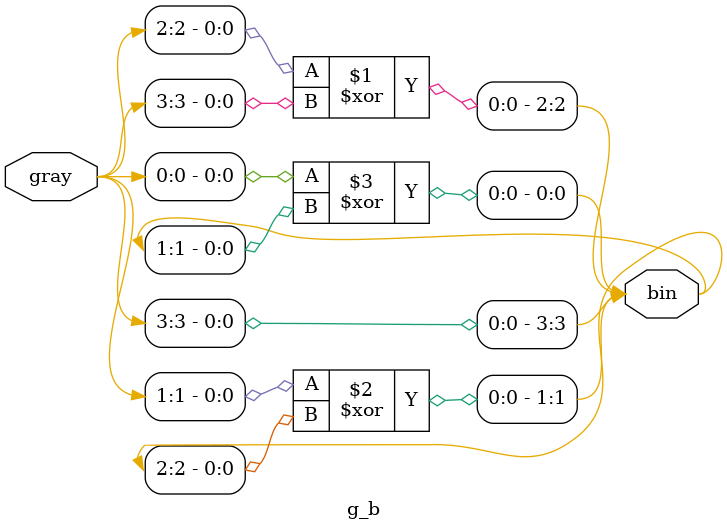
<source format=v>

module g_b(input [3:0]gray,
            output [3:0]bin
           );
 
  assign bin[3]=gray[3];
  assign bin[2]=gray[2]^bin[3];
  assign bin[1]=gray[1]^bin[2];
  assign bin[0]=gray[0]^bin[1];

endmodule

</source>
